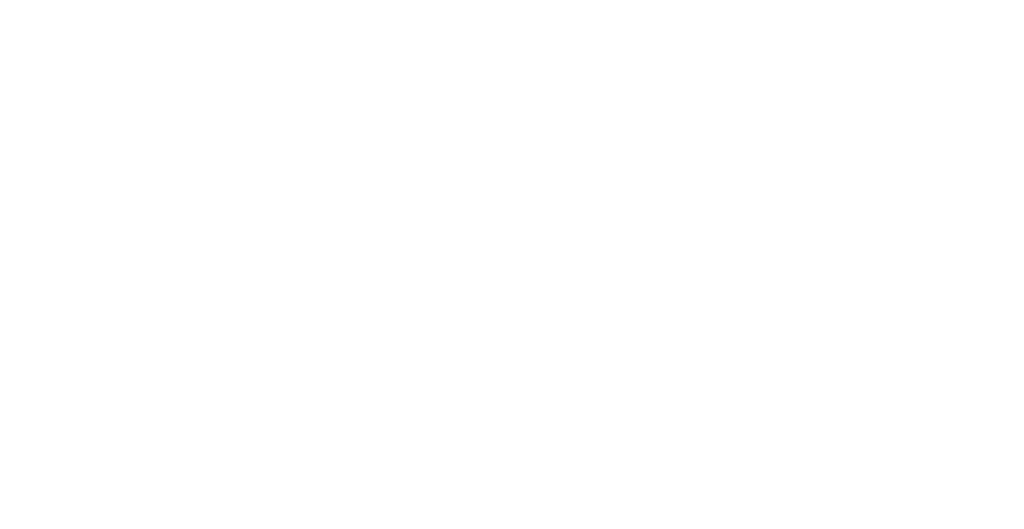
<source format=kicad_pcb>
(kicad_pcb (version 20240108) (generator "pcbnew") (generator_version "8.0")
  (title_block (title "ESC PCB Design with KiCad") (date "2024-08-14") (rev "01") (company "Debre Berhan University") (comment 1 "Debre Birhan") (comment 2 "yes42d@gmail.com") (comment 3 "Yeshiwas Fetene"))
  (layers (0 "F.Cu" signal) (31 "B.Cu" signal) (34 "B.Paste" user) (35 "F.Paste" user) (36 "B.SilkS" user "B.Silkscreen") (37 "F.SilkS" user "F.Silkscreen") (38 "B.Mask" user) (39 "F.Mask" user) (44 "Edge.Cuts" user))
  (net 0 "")
  (footprint "MountingHole:MountingHole_2.7mm_M2.5" (layer "F.Cu") (at 241.82 122.12)
    (property "Reference" "MH2" (hide yes))
    (property "Value" "MountingHole_2.7mm_M2.5" (hide yes))
    (pad "" np_thru_hole circle (at 0 0) (size 2.7 2.7) (drill 2.7) (layers "*.Cu" "*.Mask"))
  )
  (footprint "MountingHole:MountingHole_2.7mm_M2.5" (layer "F.Cu") (at 183.82 171.12)
    (property "Reference" "MH3" (hide yes))
    (property "Value" "MountingHole_2.7mm_M2.5" (hide yes))
    (pad "" np_thru_hole circle (at 0 0) (size 2.7 2.7) (drill 2.7) (layers "*.Cu" "*.Mask"))
  )
  (footprint "MountingHole:MountingHole_2.7mm_M2.5" (layer "F.Cu") (at 183.82 122.12)
    (property "Reference" "MH1" (hide yes))
    (property "Value" "MountingHole_2.7mm_M2.5" (hide yes))
    (pad "" np_thru_hole circle (at 0 0) (size 2.7 2.7) (drill 2.7) (layers "*.Cu" "*.Mask"))
  )
  (footprint "MountingHole:MountingHole_2.7mm_M2.5" (layer "F.Cu") (at 241.82 171.12)
    (property "Reference" "MH4" (hide yes))
    (property "Value" "MountingHole_2.7mm_M2.5" (hide yes))
    (pad "" np_thru_hole circle (at 0 0) (size 2.7 2.7) (drill 2.7) (layers "*.Cu" "*.Mask"))
  )
)
</source>
